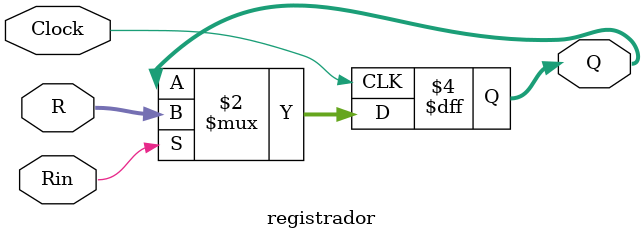
<source format=v>
module registrador(R, Rin, Clock, Q);
  // Modulo que representa um registrador de 16 bits que quando habilitado
  // armazena o valor Rin na entrada R. O valor armazenado é lido na

  // inputs
  input [15:0] R;
  input Rin, Clock;

  // outputs
  output [15:0] Q;

  reg [15:0] Q;
  always @(posedge Clock)
    if (Rin)
      Q <= R;
endmodule

</source>
